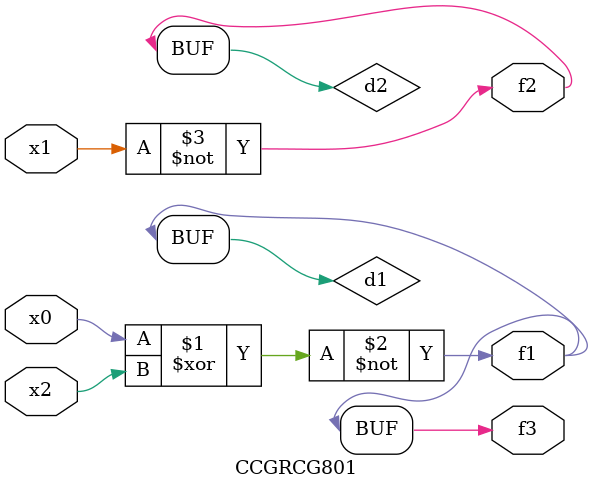
<source format=v>
module CCGRCG801(
	input x0, x1, x2,
	output f1, f2, f3
);

	wire d1, d2, d3;

	xnor (d1, x0, x2);
	nand (d2, x1);
	nor (d3, x1, x2);
	assign f1 = d1;
	assign f2 = d2;
	assign f3 = d1;
endmodule

</source>
